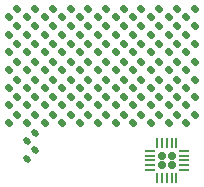
<source format=gbr>
%TF.GenerationSoftware,KiCad,Pcbnew,8.0.8*%
%TF.CreationDate,2025-02-26T00:32:30+01:00*%
%TF.ProjectId,matrixSAO,6d617472-6978-4534-914f-2e6b69636164,rev?*%
%TF.SameCoordinates,Original*%
%TF.FileFunction,Paste,Top*%
%TF.FilePolarity,Positive*%
%FSLAX46Y46*%
G04 Gerber Fmt 4.6, Leading zero omitted, Abs format (unit mm)*
G04 Created by KiCad (PCBNEW 8.0.8) date 2025-02-26 00:32:30*
%MOMM*%
%LPD*%
G01*
G04 APERTURE LIST*
G04 Aperture macros list*
%AMRoundRect*
0 Rectangle with rounded corners*
0 $1 Rounding radius*
0 $2 $3 $4 $5 $6 $7 $8 $9 X,Y pos of 4 corners*
0 Add a 4 corners polygon primitive as box body*
4,1,4,$2,$3,$4,$5,$6,$7,$8,$9,$2,$3,0*
0 Add four circle primitives for the rounded corners*
1,1,$1+$1,$2,$3*
1,1,$1+$1,$4,$5*
1,1,$1+$1,$6,$7*
1,1,$1+$1,$8,$9*
0 Add four rect primitives between the rounded corners*
20,1,$1+$1,$2,$3,$4,$5,0*
20,1,$1+$1,$4,$5,$6,$7,0*
20,1,$1+$1,$6,$7,$8,$9,0*
20,1,$1+$1,$8,$9,$2,$3,0*%
G04 Aperture macros list end*
%ADD10RoundRect,0.147500X-0.017678X0.226274X-0.226274X0.017678X0.017678X-0.226274X0.226274X-0.017678X0*%
%ADD11RoundRect,0.125000X-0.035355X0.212132X-0.212132X0.035355X0.035355X-0.212132X0.212132X-0.035355X0*%
%ADD12RoundRect,0.167500X-0.167500X-0.167500X0.167500X-0.167500X0.167500X0.167500X-0.167500X0.167500X0*%
%ADD13RoundRect,0.050000X-0.375000X-0.050000X0.375000X-0.050000X0.375000X0.050000X-0.375000X0.050000X0*%
%ADD14RoundRect,0.050000X-0.050000X-0.375000X0.050000X-0.375000X0.050000X0.375000X-0.050000X0.375000X0*%
G04 APERTURE END LIST*
D10*
%TO.C,D59*%
X76842947Y-119157053D03*
X76157053Y-119842947D03*
%TD*%
%TO.C,D45*%
X75342947Y-119157053D03*
X74657053Y-119842947D03*
%TD*%
%TO.C,D61*%
X76842947Y-122157053D03*
X76157053Y-122842947D03*
%TD*%
%TO.C,D129*%
X84342947Y-119157053D03*
X83657053Y-119842947D03*
%TD*%
%TO.C,D15*%
X72342947Y-116157053D03*
X71657053Y-116842947D03*
%TD*%
%TO.C,D33*%
X73842947Y-122157053D03*
X73157053Y-122842947D03*
%TD*%
%TO.C,D103*%
X81342947Y-122157053D03*
X80657053Y-122842947D03*
%TD*%
%TO.C,D99*%
X81342947Y-116157053D03*
X80657053Y-116842947D03*
%TD*%
%TO.C,D48*%
X75342947Y-123657053D03*
X74657053Y-124342947D03*
%TD*%
%TO.C,D91*%
X79842947Y-125157053D03*
X79157053Y-125842947D03*
%TD*%
%TO.C,D21*%
X72342947Y-125157053D03*
X71657053Y-125842947D03*
%TD*%
%TO.C,D102*%
X81342947Y-120657053D03*
X80657053Y-121342947D03*
%TD*%
%TO.C,D113*%
X82842947Y-116157053D03*
X82157053Y-116842947D03*
%TD*%
%TO.C,D3*%
X70842947Y-119157053D03*
X70157053Y-119842947D03*
%TD*%
%TO.C,D20*%
X72342947Y-123657053D03*
X71657053Y-124342947D03*
%TD*%
%TO.C,D145*%
X85842947Y-122157053D03*
X85157053Y-122842947D03*
%TD*%
%TO.C,D44*%
X75342947Y-117657053D03*
X74657053Y-118342947D03*
%TD*%
%TO.C,D100*%
X81342947Y-117657053D03*
X80657053Y-118342947D03*
%TD*%
%TO.C,D29*%
X73842947Y-116157053D03*
X73157053Y-116842947D03*
%TD*%
%TO.C,D141*%
X85842947Y-116157053D03*
X85157053Y-116842947D03*
%TD*%
%TO.C,D77*%
X78342947Y-125157053D03*
X77657053Y-125842947D03*
%TD*%
%TO.C,D63*%
X76842947Y-125157053D03*
X76157053Y-125842947D03*
%TD*%
%TO.C,D87*%
X79842947Y-119157053D03*
X79157053Y-119842947D03*
%TD*%
%TO.C,D46*%
X75342947Y-120657053D03*
X74657053Y-121342947D03*
%TD*%
%TO.C,D104*%
X81342947Y-123657053D03*
X80657053Y-124342947D03*
%TD*%
%TO.C,D76*%
X78342947Y-123657053D03*
X77657053Y-124342947D03*
%TD*%
%TO.C,D72*%
X78342947Y-117657053D03*
X77657053Y-118342947D03*
%TD*%
%TO.C,D34*%
X73842947Y-123657053D03*
X73157053Y-124342947D03*
%TD*%
%TO.C,D89*%
X79842947Y-122157053D03*
X79157053Y-122842947D03*
%TD*%
%TO.C,D19*%
X72342947Y-122157053D03*
X71657053Y-122842947D03*
%TD*%
%TO.C,D146*%
X85842947Y-123657053D03*
X85157053Y-124342947D03*
%TD*%
%TO.C,D4*%
X70842947Y-120657053D03*
X70157053Y-121342947D03*
%TD*%
%TO.C,D43*%
X75342947Y-116157053D03*
X74657053Y-116842947D03*
%TD*%
%TO.C,D132*%
X84342947Y-123657053D03*
X83657053Y-124342947D03*
%TD*%
%TO.C,D6*%
X70842947Y-123657053D03*
X70157053Y-124342947D03*
%TD*%
%TO.C,D133*%
X84342947Y-125157053D03*
X83657053Y-125842947D03*
%TD*%
%TO.C,D49*%
X75342947Y-125157053D03*
X74657053Y-125842947D03*
%TD*%
%TO.C,D62*%
X76842947Y-123657053D03*
X76157053Y-124342947D03*
%TD*%
%TO.C,D30*%
X73842947Y-117657053D03*
X73157053Y-118342947D03*
%TD*%
%TO.C,D7*%
X70842947Y-125157053D03*
X70157053Y-125842947D03*
%TD*%
%TO.C,D16*%
X72342947Y-117657053D03*
X71657053Y-118342947D03*
%TD*%
%TO.C,D88*%
X79842947Y-120657053D03*
X79157053Y-121342947D03*
%TD*%
%TO.C,D144*%
X85842947Y-120657053D03*
X85157053Y-121342947D03*
%TD*%
D11*
%TO.C,C1*%
X72353553Y-128146447D03*
X71646447Y-128853553D03*
%TD*%
D10*
%TO.C,D1*%
X70842947Y-116157053D03*
X70157053Y-116842947D03*
%TD*%
%TO.C,D118*%
X82842947Y-123657053D03*
X82157053Y-124342947D03*
%TD*%
%TO.C,D47*%
X75342947Y-122157053D03*
X74657053Y-122842947D03*
%TD*%
%TO.C,D116*%
X82842947Y-120657053D03*
X82157053Y-121342947D03*
%TD*%
%TO.C,D17*%
X72342947Y-119157053D03*
X71657053Y-119842947D03*
%TD*%
%TO.C,D130*%
X84342947Y-120657053D03*
X83657053Y-121342947D03*
%TD*%
%TO.C,D117*%
X82842947Y-122157053D03*
X82157053Y-122842947D03*
%TD*%
%TO.C,D115*%
X82842947Y-119157053D03*
X82157053Y-119842947D03*
%TD*%
%TO.C,D18*%
X72342947Y-120657053D03*
X71657053Y-121342947D03*
%TD*%
%TO.C,D32*%
X73842947Y-120657053D03*
X73157053Y-121342947D03*
%TD*%
%TO.C,D101*%
X81342947Y-119157053D03*
X80657053Y-119842947D03*
%TD*%
%TO.C,D119*%
X82842947Y-125157053D03*
X82157053Y-125842947D03*
%TD*%
%TO.C,D86*%
X79842947Y-117657053D03*
X79157053Y-118342947D03*
%TD*%
%TO.C,D90*%
X79842947Y-123657053D03*
X79157053Y-124342947D03*
%TD*%
%TO.C,D143*%
X85842947Y-119157053D03*
X85157053Y-119842947D03*
%TD*%
%TO.C,D75*%
X78342947Y-122157053D03*
X77657053Y-122842947D03*
%TD*%
%TO.C,D57*%
X76842947Y-116157053D03*
X76157053Y-116842947D03*
%TD*%
D12*
%TO.C,U1*%
X83090000Y-128590000D03*
X83090000Y-129410000D03*
X83910000Y-128590000D03*
X83910000Y-129410000D03*
D13*
X82050000Y-128200000D03*
X82050000Y-128600000D03*
X82050000Y-129000000D03*
X82050000Y-129400000D03*
X82050000Y-129800000D03*
D14*
X82700000Y-130450000D03*
X83100000Y-130450000D03*
X83500000Y-130450000D03*
X83900000Y-130450000D03*
X84300000Y-130450000D03*
D13*
X84950000Y-129800000D03*
X84950000Y-129400000D03*
X84950000Y-129000000D03*
X84950000Y-128600000D03*
X84950000Y-128200000D03*
D14*
X84300000Y-127550000D03*
X83900000Y-127550000D03*
X83500000Y-127550000D03*
X83100000Y-127550000D03*
X82700000Y-127550000D03*
%TD*%
D10*
%TO.C,D31*%
X73842947Y-119157053D03*
X73157053Y-119842947D03*
%TD*%
%TO.C,D58*%
X76842947Y-117657053D03*
X76157053Y-118342947D03*
%TD*%
%TO.C,D5*%
X70842947Y-122157053D03*
X70157053Y-122842947D03*
%TD*%
%TO.C,D114*%
X82842947Y-117657053D03*
X82157053Y-118342947D03*
%TD*%
%TO.C,D71*%
X78342947Y-116157053D03*
X77657053Y-116842947D03*
%TD*%
%TO.C,D60*%
X76842947Y-120657053D03*
X76157053Y-121342947D03*
%TD*%
%TO.C,D128*%
X84342947Y-117657053D03*
X83657053Y-118342947D03*
%TD*%
%TO.C,D73*%
X78342947Y-119157053D03*
X77657053Y-119842947D03*
%TD*%
%TO.C,D105*%
X81342947Y-125157053D03*
X80657053Y-125842947D03*
%TD*%
D11*
%TO.C,C2*%
X72353553Y-126646447D03*
X71646447Y-127353553D03*
%TD*%
D10*
%TO.C,D147*%
X85842947Y-125157053D03*
X85157053Y-125842947D03*
%TD*%
%TO.C,D85*%
X79842947Y-116157053D03*
X79157053Y-116842947D03*
%TD*%
%TO.C,D127*%
X84342947Y-116157053D03*
X83657053Y-116842947D03*
%TD*%
%TO.C,D2*%
X70842947Y-117657053D03*
X70157053Y-118342947D03*
%TD*%
%TO.C,D35*%
X73842947Y-125157053D03*
X73157053Y-125842947D03*
%TD*%
%TO.C,D74*%
X78342947Y-120657053D03*
X77657053Y-121342947D03*
%TD*%
%TO.C,D131*%
X84342947Y-122157053D03*
X83657053Y-122842947D03*
%TD*%
%TO.C,D142*%
X85842947Y-117657053D03*
X85157053Y-118342947D03*
%TD*%
M02*

</source>
